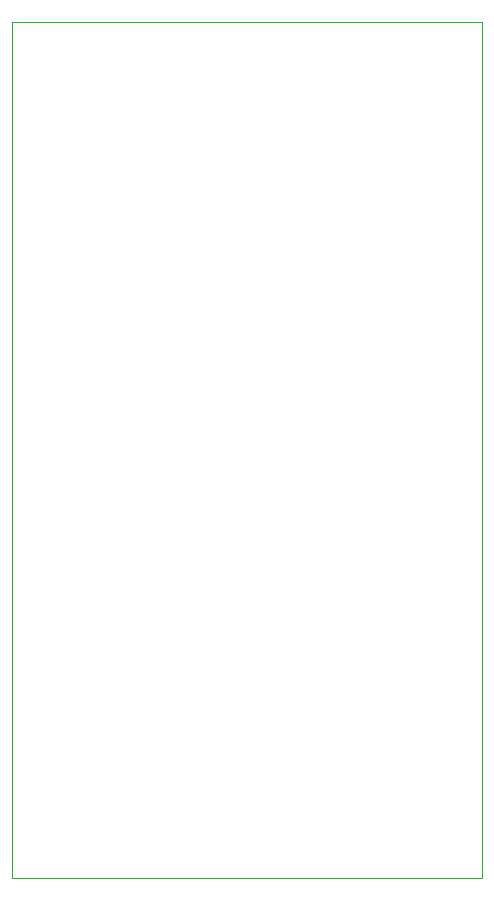
<source format=gbr>
%TF.GenerationSoftware,KiCad,Pcbnew,9.0.0*%
%TF.CreationDate,2025-03-08T21:49:25+01:00*%
%TF.ProjectId,NPulse_v4,4e50756c-7365-45f7-9634-2e6b69636164,rev?*%
%TF.SameCoordinates,Original*%
%TF.FileFunction,Profile,NP*%
%FSLAX46Y46*%
G04 Gerber Fmt 4.6, Leading zero omitted, Abs format (unit mm)*
G04 Created by KiCad (PCBNEW 9.0.0) date 2025-03-08 21:49:25*
%MOMM*%
%LPD*%
G01*
G04 APERTURE LIST*
%TA.AperFunction,Profile*%
%ADD10C,0.050000*%
%TD*%
G04 APERTURE END LIST*
D10*
X153360000Y-65160000D02*
X193160000Y-65160000D01*
X193160000Y-137660000D01*
X153360000Y-137660000D01*
X153360000Y-65160000D01*
M02*

</source>
